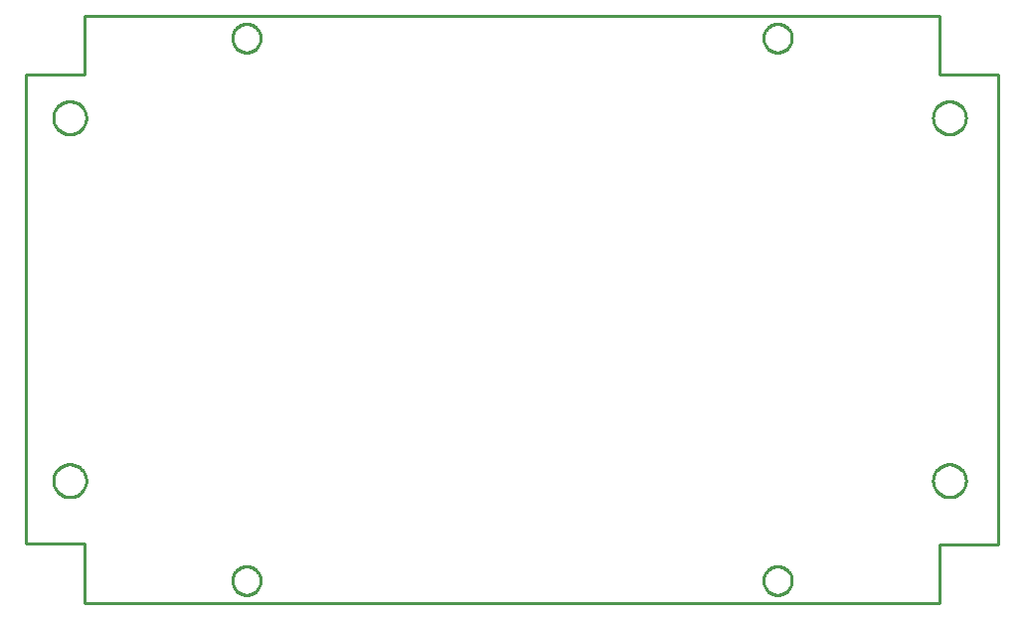
<source format=gbr>
G04 EAGLE Gerber RS-274X export*
G75*
%MOMM*%
%FSLAX34Y34*%
%LPD*%
%IN*%
%IPPOS*%
%AMOC8*
5,1,8,0,0,1.08239X$1,22.5*%
G01*
%ADD10C,0.254000*%


D10*
X3810Y51774D02*
X53810Y51774D01*
X53810Y1651D01*
X781850Y1651D01*
X781850Y51651D01*
X831850Y51651D01*
X831850Y451650D01*
X781850Y451650D01*
X781850Y501650D01*
X53810Y501650D01*
X53810Y451650D01*
X3810Y451650D01*
X3810Y51774D01*
X203730Y20027D02*
X203656Y19083D01*
X203508Y18147D01*
X203287Y17227D01*
X202994Y16326D01*
X202632Y15451D01*
X202202Y14608D01*
X201707Y13800D01*
X201150Y13034D01*
X200536Y12314D01*
X199866Y11645D01*
X199146Y11030D01*
X198380Y10473D01*
X197573Y9978D01*
X196729Y9549D01*
X195854Y9186D01*
X194953Y8894D01*
X194033Y8673D01*
X193098Y8524D01*
X192154Y8450D01*
X191207Y8450D01*
X190263Y8524D01*
X189327Y8673D01*
X188407Y8894D01*
X187506Y9186D01*
X186631Y9549D01*
X185788Y9978D01*
X184980Y10473D01*
X184214Y11030D01*
X183494Y11645D01*
X182825Y12314D01*
X182210Y13034D01*
X181653Y13800D01*
X181158Y14608D01*
X180729Y15451D01*
X180366Y16326D01*
X180074Y17227D01*
X179853Y18147D01*
X179704Y19083D01*
X179630Y20027D01*
X179630Y20974D01*
X179704Y21918D01*
X179853Y22853D01*
X180074Y23773D01*
X180366Y24674D01*
X180729Y25549D01*
X181158Y26393D01*
X181653Y27200D01*
X182210Y27966D01*
X182825Y28686D01*
X183494Y29356D01*
X184214Y29970D01*
X184980Y30527D01*
X185788Y31022D01*
X186631Y31452D01*
X187506Y31814D01*
X188407Y32107D01*
X189327Y32328D01*
X190263Y32476D01*
X191207Y32550D01*
X192154Y32550D01*
X193098Y32476D01*
X194033Y32328D01*
X194953Y32107D01*
X195854Y31814D01*
X196729Y31452D01*
X197573Y31022D01*
X198380Y30527D01*
X199146Y29970D01*
X199866Y29356D01*
X200536Y28686D01*
X201150Y27966D01*
X201707Y27200D01*
X202202Y26393D01*
X202632Y25549D01*
X202994Y24674D01*
X203287Y23773D01*
X203508Y22853D01*
X203656Y21918D01*
X203730Y20974D01*
X203730Y20027D01*
X203730Y482327D02*
X203656Y481383D01*
X203508Y480448D01*
X203287Y479527D01*
X202994Y478626D01*
X202632Y477751D01*
X202202Y476908D01*
X201707Y476100D01*
X201150Y475334D01*
X200536Y474614D01*
X199866Y473945D01*
X199146Y473330D01*
X198380Y472773D01*
X197573Y472278D01*
X196729Y471849D01*
X195854Y471486D01*
X194953Y471194D01*
X194033Y470973D01*
X193098Y470824D01*
X192154Y470750D01*
X191207Y470750D01*
X190263Y470824D01*
X189327Y470973D01*
X188407Y471194D01*
X187506Y471486D01*
X186631Y471849D01*
X185788Y472278D01*
X184980Y472773D01*
X184214Y473330D01*
X183494Y473945D01*
X182825Y474614D01*
X182210Y475334D01*
X181653Y476100D01*
X181158Y476908D01*
X180729Y477751D01*
X180366Y478626D01*
X180074Y479527D01*
X179853Y480448D01*
X179704Y481383D01*
X179630Y482327D01*
X179630Y483274D01*
X179704Y484218D01*
X179853Y485153D01*
X180074Y486074D01*
X180366Y486974D01*
X180729Y487849D01*
X181158Y488693D01*
X181653Y489500D01*
X182210Y490266D01*
X182825Y490986D01*
X183494Y491656D01*
X184214Y492271D01*
X184980Y492827D01*
X185788Y493322D01*
X186631Y493752D01*
X187506Y494114D01*
X188407Y494407D01*
X189327Y494628D01*
X190263Y494776D01*
X191207Y494850D01*
X192154Y494850D01*
X193098Y494776D01*
X194033Y494628D01*
X194953Y494407D01*
X195854Y494114D01*
X196729Y493752D01*
X197573Y493322D01*
X198380Y492827D01*
X199146Y492271D01*
X199866Y491656D01*
X200536Y490986D01*
X201150Y490266D01*
X201707Y489500D01*
X202202Y488693D01*
X202632Y487849D01*
X202994Y486974D01*
X203287Y486074D01*
X203508Y485153D01*
X203656Y484218D01*
X203730Y483274D01*
X203730Y482327D01*
X656030Y482327D02*
X655956Y481383D01*
X655808Y480448D01*
X655587Y479527D01*
X655294Y478626D01*
X654932Y477751D01*
X654502Y476908D01*
X654007Y476100D01*
X653451Y475334D01*
X652836Y474614D01*
X652166Y473945D01*
X651446Y473330D01*
X650680Y472773D01*
X649873Y472278D01*
X649029Y471849D01*
X648154Y471486D01*
X647254Y471194D01*
X646333Y470973D01*
X645398Y470824D01*
X644454Y470750D01*
X643507Y470750D01*
X642563Y470824D01*
X641628Y470973D01*
X640707Y471194D01*
X639806Y471486D01*
X638931Y471849D01*
X638088Y472278D01*
X637280Y472773D01*
X636514Y473330D01*
X635794Y473945D01*
X635125Y474614D01*
X634510Y475334D01*
X633953Y476100D01*
X633458Y476908D01*
X633029Y477751D01*
X632666Y478626D01*
X632374Y479527D01*
X632153Y480448D01*
X632004Y481383D01*
X631930Y482327D01*
X631930Y483274D01*
X632004Y484218D01*
X632153Y485153D01*
X632374Y486074D01*
X632666Y486974D01*
X633029Y487849D01*
X633458Y488693D01*
X633953Y489500D01*
X634510Y490266D01*
X635125Y490986D01*
X635794Y491656D01*
X636514Y492271D01*
X637280Y492827D01*
X638088Y493322D01*
X638931Y493752D01*
X639806Y494114D01*
X640707Y494407D01*
X641628Y494628D01*
X642563Y494776D01*
X643507Y494850D01*
X644454Y494850D01*
X645398Y494776D01*
X646333Y494628D01*
X647254Y494407D01*
X648154Y494114D01*
X649029Y493752D01*
X649873Y493322D01*
X650680Y492827D01*
X651446Y492271D01*
X652166Y491656D01*
X652836Y490986D01*
X653451Y490266D01*
X654007Y489500D01*
X654502Y488693D01*
X654932Y487849D01*
X655294Y486974D01*
X655587Y486074D01*
X655808Y485153D01*
X655956Y484218D01*
X656030Y483274D01*
X656030Y482327D01*
X656030Y20027D02*
X655956Y19083D01*
X655808Y18147D01*
X655587Y17227D01*
X655294Y16326D01*
X654932Y15451D01*
X654502Y14608D01*
X654007Y13800D01*
X653451Y13034D01*
X652836Y12314D01*
X652166Y11645D01*
X651446Y11030D01*
X650680Y10473D01*
X649873Y9978D01*
X649029Y9549D01*
X648154Y9186D01*
X647254Y8894D01*
X646333Y8673D01*
X645398Y8524D01*
X644454Y8450D01*
X643507Y8450D01*
X642563Y8524D01*
X641628Y8673D01*
X640707Y8894D01*
X639806Y9186D01*
X638931Y9549D01*
X638088Y9978D01*
X637280Y10473D01*
X636514Y11030D01*
X635794Y11645D01*
X635125Y12314D01*
X634510Y13034D01*
X633953Y13800D01*
X633458Y14608D01*
X633029Y15451D01*
X632666Y16326D01*
X632374Y17227D01*
X632153Y18147D01*
X632004Y19083D01*
X631930Y20027D01*
X631930Y20974D01*
X632004Y21918D01*
X632153Y22853D01*
X632374Y23773D01*
X632666Y24674D01*
X633029Y25549D01*
X633458Y26393D01*
X633953Y27200D01*
X634510Y27966D01*
X635125Y28686D01*
X635794Y29356D01*
X636514Y29970D01*
X637280Y30527D01*
X638088Y31022D01*
X638931Y31452D01*
X639806Y31814D01*
X640707Y32107D01*
X641628Y32328D01*
X642563Y32476D01*
X643507Y32550D01*
X644454Y32550D01*
X645398Y32476D01*
X646333Y32328D01*
X647254Y32107D01*
X648154Y31814D01*
X649029Y31452D01*
X649873Y31022D01*
X650680Y30527D01*
X651446Y29970D01*
X652166Y29356D01*
X652836Y28686D01*
X653451Y27966D01*
X654007Y27200D01*
X654502Y26393D01*
X654932Y25549D01*
X655294Y24674D01*
X655587Y23773D01*
X655808Y22853D01*
X655956Y21918D01*
X656030Y20974D01*
X656030Y20027D01*
X55148Y105164D02*
X55077Y104167D01*
X54934Y103177D01*
X54722Y102200D01*
X54440Y101240D01*
X54091Y100303D01*
X53675Y99393D01*
X53196Y98516D01*
X52655Y97674D01*
X52056Y96874D01*
X51401Y96118D01*
X50694Y95411D01*
X49938Y94756D01*
X49138Y94157D01*
X48296Y93616D01*
X47419Y93137D01*
X46509Y92721D01*
X45572Y92372D01*
X44613Y92090D01*
X43635Y91878D01*
X42646Y91735D01*
X41648Y91664D01*
X40648Y91664D01*
X39651Y91735D01*
X38661Y91878D01*
X37684Y92090D01*
X36724Y92372D01*
X35787Y92721D01*
X34877Y93137D01*
X34000Y93616D01*
X33158Y94157D01*
X32358Y94756D01*
X31602Y95411D01*
X30895Y96118D01*
X30240Y96874D01*
X29641Y97674D01*
X29100Y98516D01*
X28621Y99393D01*
X28205Y100303D01*
X27856Y101240D01*
X27574Y102200D01*
X27362Y103177D01*
X27219Y104167D01*
X27148Y105164D01*
X27148Y106164D01*
X27219Y107162D01*
X27362Y108151D01*
X27574Y109129D01*
X27856Y110088D01*
X28205Y111025D01*
X28621Y111935D01*
X29100Y112812D01*
X29641Y113654D01*
X30240Y114454D01*
X30895Y115210D01*
X31602Y115917D01*
X32358Y116572D01*
X33158Y117171D01*
X34000Y117712D01*
X34877Y118191D01*
X35787Y118607D01*
X36724Y118956D01*
X37684Y119238D01*
X38661Y119450D01*
X39651Y119593D01*
X40648Y119664D01*
X41648Y119664D01*
X42646Y119593D01*
X43635Y119450D01*
X44613Y119238D01*
X45572Y118956D01*
X46509Y118607D01*
X47419Y118191D01*
X48296Y117712D01*
X49138Y117171D01*
X49938Y116572D01*
X50694Y115917D01*
X51401Y115210D01*
X52056Y114454D01*
X52655Y113654D01*
X53196Y112812D01*
X53675Y111935D01*
X54091Y111025D01*
X54440Y110088D01*
X54722Y109129D01*
X54934Y108151D01*
X55077Y107162D01*
X55148Y106164D01*
X55148Y105164D01*
X55148Y414364D02*
X55077Y413367D01*
X54934Y412377D01*
X54722Y411400D01*
X54440Y410440D01*
X54091Y409503D01*
X53675Y408593D01*
X53196Y407716D01*
X52655Y406874D01*
X52056Y406074D01*
X51401Y405318D01*
X50694Y404611D01*
X49938Y403956D01*
X49138Y403357D01*
X48296Y402816D01*
X47419Y402337D01*
X46509Y401921D01*
X45572Y401572D01*
X44613Y401290D01*
X43635Y401078D01*
X42646Y400935D01*
X41648Y400864D01*
X40648Y400864D01*
X39651Y400935D01*
X38661Y401078D01*
X37684Y401290D01*
X36724Y401572D01*
X35787Y401921D01*
X34877Y402337D01*
X34000Y402816D01*
X33158Y403357D01*
X32358Y403956D01*
X31602Y404611D01*
X30895Y405318D01*
X30240Y406074D01*
X29641Y406874D01*
X29100Y407716D01*
X28621Y408593D01*
X28205Y409503D01*
X27856Y410440D01*
X27574Y411400D01*
X27362Y412377D01*
X27219Y413367D01*
X27148Y414364D01*
X27148Y415364D01*
X27219Y416362D01*
X27362Y417351D01*
X27574Y418329D01*
X27856Y419288D01*
X28205Y420225D01*
X28621Y421135D01*
X29100Y422012D01*
X29641Y422854D01*
X30240Y423654D01*
X30895Y424410D01*
X31602Y425117D01*
X32358Y425772D01*
X33158Y426371D01*
X34000Y426912D01*
X34877Y427391D01*
X35787Y427807D01*
X36724Y428156D01*
X37684Y428438D01*
X38661Y428650D01*
X39651Y428793D01*
X40648Y428864D01*
X41648Y428864D01*
X42646Y428793D01*
X43635Y428650D01*
X44613Y428438D01*
X45572Y428156D01*
X46509Y427807D01*
X47419Y427391D01*
X48296Y426912D01*
X49138Y426371D01*
X49938Y425772D01*
X50694Y425117D01*
X51401Y424410D01*
X52056Y423654D01*
X52655Y422854D01*
X53196Y422012D01*
X53675Y421135D01*
X54091Y420225D01*
X54440Y419288D01*
X54722Y418329D01*
X54934Y417351D01*
X55077Y416362D01*
X55148Y415364D01*
X55148Y414364D01*
X804348Y414364D02*
X804277Y413367D01*
X804134Y412377D01*
X803922Y411400D01*
X803640Y410440D01*
X803291Y409503D01*
X802875Y408593D01*
X802396Y407716D01*
X801855Y406874D01*
X801256Y406074D01*
X800601Y405318D01*
X799894Y404611D01*
X799138Y403956D01*
X798338Y403357D01*
X797496Y402816D01*
X796619Y402337D01*
X795709Y401921D01*
X794772Y401572D01*
X793813Y401290D01*
X792835Y401078D01*
X791846Y400935D01*
X790848Y400864D01*
X789848Y400864D01*
X788851Y400935D01*
X787861Y401078D01*
X786884Y401290D01*
X785924Y401572D01*
X784987Y401921D01*
X784077Y402337D01*
X783200Y402816D01*
X782358Y403357D01*
X781558Y403956D01*
X780802Y404611D01*
X780095Y405318D01*
X779440Y406074D01*
X778841Y406874D01*
X778300Y407716D01*
X777821Y408593D01*
X777405Y409503D01*
X777056Y410440D01*
X776774Y411400D01*
X776562Y412377D01*
X776419Y413367D01*
X776348Y414364D01*
X776348Y415364D01*
X776419Y416362D01*
X776562Y417351D01*
X776774Y418329D01*
X777056Y419288D01*
X777405Y420225D01*
X777821Y421135D01*
X778300Y422012D01*
X778841Y422854D01*
X779440Y423654D01*
X780095Y424410D01*
X780802Y425117D01*
X781558Y425772D01*
X782358Y426371D01*
X783200Y426912D01*
X784077Y427391D01*
X784987Y427807D01*
X785924Y428156D01*
X786884Y428438D01*
X787861Y428650D01*
X788851Y428793D01*
X789848Y428864D01*
X790848Y428864D01*
X791846Y428793D01*
X792835Y428650D01*
X793813Y428438D01*
X794772Y428156D01*
X795709Y427807D01*
X796619Y427391D01*
X797496Y426912D01*
X798338Y426371D01*
X799138Y425772D01*
X799894Y425117D01*
X800601Y424410D01*
X801256Y423654D01*
X801855Y422854D01*
X802396Y422012D01*
X802875Y421135D01*
X803291Y420225D01*
X803640Y419288D01*
X803922Y418329D01*
X804134Y417351D01*
X804277Y416362D01*
X804348Y415364D01*
X804348Y414364D01*
X804348Y105164D02*
X804277Y104167D01*
X804134Y103177D01*
X803922Y102200D01*
X803640Y101240D01*
X803291Y100303D01*
X802875Y99393D01*
X802396Y98516D01*
X801855Y97674D01*
X801256Y96874D01*
X800601Y96118D01*
X799894Y95411D01*
X799138Y94756D01*
X798338Y94157D01*
X797496Y93616D01*
X796619Y93137D01*
X795709Y92721D01*
X794772Y92372D01*
X793813Y92090D01*
X792835Y91878D01*
X791846Y91735D01*
X790848Y91664D01*
X789848Y91664D01*
X788851Y91735D01*
X787861Y91878D01*
X786884Y92090D01*
X785924Y92372D01*
X784987Y92721D01*
X784077Y93137D01*
X783200Y93616D01*
X782358Y94157D01*
X781558Y94756D01*
X780802Y95411D01*
X780095Y96118D01*
X779440Y96874D01*
X778841Y97674D01*
X778300Y98516D01*
X777821Y99393D01*
X777405Y100303D01*
X777056Y101240D01*
X776774Y102200D01*
X776562Y103177D01*
X776419Y104167D01*
X776348Y105164D01*
X776348Y106164D01*
X776419Y107162D01*
X776562Y108151D01*
X776774Y109129D01*
X777056Y110088D01*
X777405Y111025D01*
X777821Y111935D01*
X778300Y112812D01*
X778841Y113654D01*
X779440Y114454D01*
X780095Y115210D01*
X780802Y115917D01*
X781558Y116572D01*
X782358Y117171D01*
X783200Y117712D01*
X784077Y118191D01*
X784987Y118607D01*
X785924Y118956D01*
X786884Y119238D01*
X787861Y119450D01*
X788851Y119593D01*
X789848Y119664D01*
X790848Y119664D01*
X791846Y119593D01*
X792835Y119450D01*
X793813Y119238D01*
X794772Y118956D01*
X795709Y118607D01*
X796619Y118191D01*
X797496Y117712D01*
X798338Y117171D01*
X799138Y116572D01*
X799894Y115917D01*
X800601Y115210D01*
X801256Y114454D01*
X801855Y113654D01*
X802396Y112812D01*
X802875Y111935D01*
X803291Y111025D01*
X803640Y110088D01*
X803922Y109129D01*
X804134Y108151D01*
X804277Y107162D01*
X804348Y106164D01*
X804348Y105164D01*
M02*

</source>
